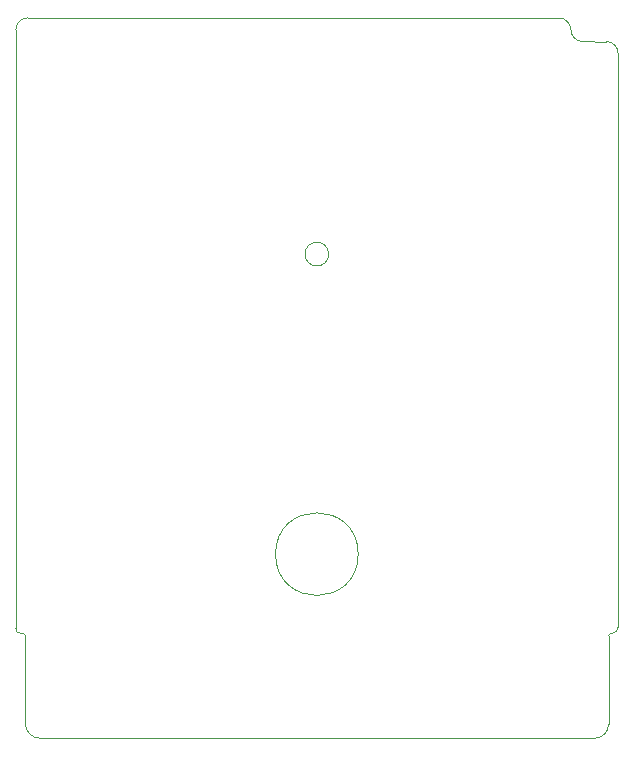
<source format=gbr>
%TF.GenerationSoftware,KiCad,Pcbnew,(6.0.2)*%
%TF.CreationDate,2022-03-20T11:28:52+00:00*%
%TF.ProjectId,Gameboy MBC5 Cart + FRAM,47616d65-626f-4792-904d-424335204361,rev?*%
%TF.SameCoordinates,Original*%
%TF.FileFunction,Profile,NP*%
%FSLAX46Y46*%
G04 Gerber Fmt 4.6, Leading zero omitted, Abs format (unit mm)*
G04 Created by KiCad (PCBNEW (6.0.2)) date 2022-03-20 11:28:52*
%MOMM*%
%LPD*%
G01*
G04 APERTURE LIST*
%TA.AperFunction,Profile*%
%ADD10C,0.100000*%
%TD*%
G04 APERTURE END LIST*
D10*
X169999999Y-72500001D02*
G75*
G03*
X168999999Y-71500001I-999999J1D01*
G01*
X120007107Y-69507107D02*
G75*
G03*
X119007107Y-70507107I-1J-999999D01*
G01*
X168000000Y-130500000D02*
G75*
G03*
X169200000Y-129300000I0J1200000D01*
G01*
X119800000Y-121800000D02*
X119800000Y-129200000D01*
X169400000Y-121600000D02*
G75*
G03*
X169200000Y-121800000I1J-200001D01*
G01*
X169500000Y-121600000D02*
G75*
G03*
X170000000Y-121100000I-1J500001D01*
G01*
X145500000Y-89500000D02*
G75*
G03*
X145500000Y-89500000I-1000000J0D01*
G01*
X170000000Y-121100000D02*
X169999999Y-72500001D01*
X121100000Y-130500000D02*
X168000000Y-130500000D01*
X119400000Y-121600000D02*
X119600000Y-121600000D01*
X168996446Y-71501777D02*
X167003554Y-71498223D01*
X169200000Y-121800000D02*
X169200000Y-129300000D01*
X169500000Y-121600000D02*
X169400000Y-121600000D01*
X148000000Y-114900000D02*
G75*
G03*
X148000000Y-114900000I-3500000J0D01*
G01*
X165992893Y-70507107D02*
G75*
G03*
X164992893Y-69507107I-999999J1D01*
G01*
X119000000Y-121200000D02*
X119007107Y-70507107D01*
X119800000Y-129200000D02*
G75*
G03*
X121100000Y-130500000I1299999J-1D01*
G01*
X119800000Y-121800000D02*
G75*
G03*
X119600000Y-121600000I-200001J-1D01*
G01*
X119000000Y-121200000D02*
G75*
G03*
X119400000Y-121600000I399999J-1D01*
G01*
X166003554Y-70498223D02*
G75*
G03*
X167003554Y-71498223I999999J-1D01*
G01*
X120007107Y-69507107D02*
X164992893Y-69507107D01*
M02*

</source>
